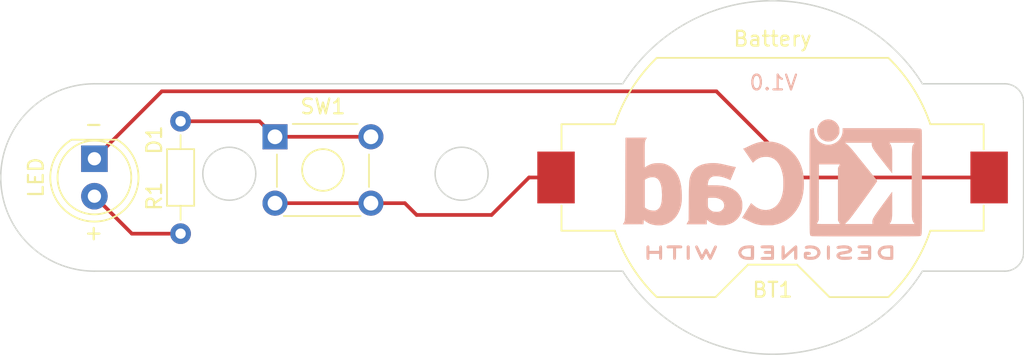
<source format=kicad_pcb>
(kicad_pcb (version 20221018) (generator pcbnew)
  (title_block (title "LED Torch") (date "2024-01-10") (rev "0.1"))
  (layers (0 "F.Cu" signal) (31 "B.Cu" signal) (34 "B.Paste" user) (35 "F.Paste" user) (36 "B.SilkS" user "B.Silkscreen") (37 "F.SilkS" user "F.Silkscreen") (38 "B.Mask" user) (39 "F.Mask" user) (44 "Edge.Cuts" user))
  (net 0 "")
  (net 1 "/bat_pos")
  (net 2 "/LED_cathode")
  (net 3 "/LED_anode")
  (net 4 "Net-(SW1A-A)")
  (footprint "Battery:BatteryHolder_Keystone_1058_1x2032" (layer "F.Cu") (at 163.83 114.3)
    (fp_text reference "BT1" (at 0 7.62) (layer "F.SilkS"))
    (fp_text value "Battery" (at 0 -9.398) (layer "F.SilkS"))
    (pad "1" smd rect (at -14.68 0) (size 2.54 3.51) (layers "F.Cu" "F.Paste" "F.Mask") (net 1 "/bat_pos"))
    (pad "2" smd rect (at 14.68 0) (size 2.54 3.51) (layers "F.Cu" "F.Paste" "F.Mask") (net 2 "/LED_cathode"))
  )
  (footprint "Resistor_THT:R_Axial_DIN0204_L3.6mm_D1.6mm_P7.62mm_Horizontal" (layer "F.Cu") (at 123.698 118.11 90)
    (fp_text reference "R1" (at 2.54 -1.778 90) (layer "F.SilkS"))
    (fp_text value "R")
    (pad "1" thru_hole circle (at 0 0 90) (size 1.4 1.4) (drill 0.7) (layers "*.Cu" "*.Mask") (net 3 "/LED_anode"))
    (pad "2" thru_hole oval (at 7.62 0 90) (size 1.4 1.4) (drill 0.7) (layers "*.Cu" "*.Mask") (net 4 "Net-(SW1A-A)"))
  )
  (footprint "LED_THT:LED_D5.0mm" (layer "F.Cu") (at 117.856 113.03 -90)
    (fp_text reference "D1" (at -1.27 -4.064 90) (layer "F.SilkS"))
    (fp_text value "LED" (at 1.27 3.96 90) (layer "F.SilkS"))
    (pad "1" thru_hole rect (at 0 0 270) (size 1.8 1.8) (drill 0.9) (layers "*.Cu" "*.Mask") (net 2 "/LED_cathode"))
    (pad "2" thru_hole circle (at 2.54 0 270) (size 1.8 1.8) (drill 0.9) (layers "*.Cu" "*.Mask") (net 3 "/LED_anode"))
  )
  (footprint "Button_Switch_THT:SW_TH_Tactile_Omron_B3F-10xx" (layer "F.Cu") (at 130.1 111.542)
    (fp_text reference "SW1" (at 3.25 -2.05) (layer "F.SilkS"))
    (fp_text value "SW_DPST_x2")
    (pad "1" thru_hole rect (at 0 0) (size 1.7 1.7) (drill 1) (layers "*.Cu" "*.Mask") (net 4 "Net-(SW1A-A)"))
    (pad "1" thru_hole circle (at 6.5 0) (size 1.7 1.7) (drill 1) (layers "*.Cu" "*.Mask") (net 4 "Net-(SW1A-A)"))
    (pad "2" thru_hole circle (at 0 4.5) (size 1.7 1.7) (drill 1) (layers "*.Cu" "*.Mask") (net 1 "/bat_pos"))
    (pad "2" thru_hole circle (at 6.5 4.5) (size 1.7 1.7) (drill 1) (layers "*.Cu" "*.Mask") (net 1 "/bat_pos"))
  )
  (footprint "Symbol:KiCad-Logo2_8mm_SilkScreen" (layer "B.Cu") (at 163.83 114.3 180)
    (fp_text reference "REF**" hide)
    (fp_text value "KiCad-Logo2_8mm_SilkScreen" hide)
  )
  (gr_arc (start 179.578 107.95) (mid 180.476026 108.321974) (end 180.848 109.22) (stroke (width 0.1)) (layer "Edge.Cuts"))
  (gr_line (start 173.99 107.95) (end 179.578 107.95) (stroke (width 0.1)) (layer "Edge.Cuts"))
  (gr_line (start 153.67 107.95) (end 117.856 107.95) (stroke (width 0.1)) (layer "Edge.Cuts"))
  (gr_circle (center 142.748 114.046) (end 141.478 112.776) (stroke (width 0.1)) (fill none) (layer "Edge.Cuts"))
  (gr_arc (start 180.848 119.38) (mid 180.476026 120.278026) (end 179.578 120.65) (stroke (width 0.1)) (layer "Edge.Cuts"))
  (gr_line (start 117.856 120.65) (end 153.67 120.65) (stroke (width 0.1)) (layer "Edge.Cuts"))
  (gr_arc (start 153.67 107.95) (mid 163.83 102.318844) (end 173.99 107.95) (stroke (width 0.1)) (layer "Edge.Cuts"))
  (gr_line (start 173.99 120.65) (end 179.578 120.65) (stroke (width 0.1)) (layer "Edge.Cuts"))
  (gr_circle (center 127 114.046) (end 125.73 112.776) (stroke (width 0.1)) (fill none) (layer "Edge.Cuts"))
  (gr_arc (start 173.99 120.65) (mid 163.83 126.281156) (end 153.67 120.65) (stroke (width 0.1)) (layer "Edge.Cuts"))
  (gr_arc (start 117.856 120.65) (mid 111.506 114.3) (end 117.856 107.95) (stroke (width 0.1)) (layer "Edge.Cuts"))
  (gr_line (start 180.848 109.22) (end 180.848 119.38) (stroke (width 0.1)) (layer "Edge.Cuts"))
  (gr_text "V1.0" (at 165.608 108.458) (layer "B.SilkS") (effects (font (size 1 1)) (justify left bottom mirror)))
  (gr_text "-" (at 117.094 111.252) (layer "F.SilkS") (effects (font (size 1 1)) (justify left bottom)))
  (gr_text "+" (at 117.094 118.618) (layer "F.SilkS") (effects (font (size 1 1)) (justify left bottom)))
  (segment (start 139.7 116.84) (end 144.78 116.84) (width 0.25) (layer "F.Cu") (net 1))
  (segment (start 136.6 116.042) (end 138.902 116.042) (width 0.25) (layer "F.Cu") (net 1))
  (segment (start 138.902 116.042) (end 139.7 116.84) (width 0.25) (layer "F.Cu") (net 1))
  (segment (start 144.78 116.84) (end 147.32 114.3) (width 0.25) (layer "F.Cu") (net 1))
  (segment (start 147.32 114.3) (end 149.15 114.3) (width 0.25) (layer "F.Cu") (net 1))
  (segment (start 130.1 116.042) (end 136.6 116.042) (width 0.25) (layer "F.Cu") (net 1))
  (segment (start 122.428 108.458) (end 160.02 108.458) (width 0.25) (layer "F.Cu") (net 2))
  (segment (start 160.02 108.458) (end 165.862 114.3) (width 0.25) (layer "F.Cu") (net 2))
  (segment (start 165.862 114.3) (end 178.51 114.3) (width 0.25) (layer "F.Cu") (net 2))
  (segment (start 117.856 113.03) (end 122.428 108.458) (width 0.25) (layer "F.Cu") (net 2))
  (segment (start 117.856 115.57) (end 120.396 118.11) (width 0.25) (layer "F.Cu") (net 3))
  (segment (start 120.396 118.11) (end 123.698 118.11) (width 0.25) (layer "F.Cu") (net 3))
  (segment (start 123.698 110.49) (end 129.048 110.49) (width 0.25) (layer "F.Cu") (net 4))
  (segment (start 129.048 110.49) (end 130.1 111.542) (width 0.25) (layer "F.Cu") (net 4))
  (segment (start 130.1 111.542) (end 136.6 111.542) (width 0.25) (layer "F.Cu") (net 4))
)
</source>
